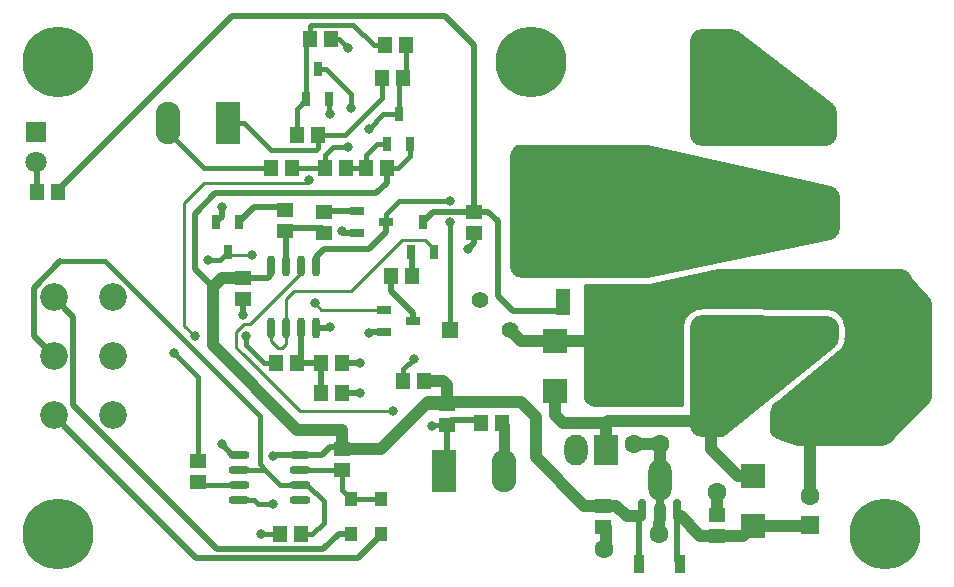
<source format=gbr>
%TF.GenerationSoftware,KiCad,Pcbnew,(6.0.0-rc1-dev-882-gdbc9130da)*%
%TF.CreationDate,2019-10-11T13:43:29+08:00*%
%TF.ProjectId,SoftDimmableLamp,536F667444696D6D61626C654C616D70,rev?*%
%TF.SameCoordinates,Original*%
%TF.FileFunction,Copper,L1,Top,Signal*%
%TF.FilePolarity,Positive*%
%FSLAX46Y46*%
G04 Gerber Fmt 4.6, Leading zero omitted, Abs format (unit mm)*
G04 Created by KiCad (PCBNEW (6.0.0-rc1-dev-882-gdbc9130da)) date 2019/10/11 13:43:29*
%MOMM*%
%LPD*%
G01*
G04 APERTURE LIST*
%ADD10R,0.900000X1.500000*%
%ADD11R,2.000000X2.000000*%
%ADD12R,1.400000X1.400000*%
%ADD13C,1.400000*%
%ADD14R,2.000000X2.600000*%
%ADD15O,2.000000X2.600000*%
%ADD16R,1.600000X1.600000*%
%ADD17C,1.600000*%
%ADD18C,6.000000*%
%ADD19C,0.800000*%
%ADD20R,2.080000X3.600000*%
%ADD21O,2.080000X3.600000*%
%ADD22R,1.160000X1.470000*%
%ADD23R,0.700000X1.250000*%
%ADD24R,1.200000X2.200000*%
%ADD25R,6.000000X6.499990*%
%ADD26R,1.250000X0.700000*%
%ADD27O,1.800000X0.700000*%
%ADD28O,0.700000X1.800000*%
%ADD29O,0.700000X1.900000*%
%ADD30O,2.000000X3.500000*%
%ADD31O,0.700000X2.100000*%
%ADD32C,2.340000*%
%ADD33R,1.470000X1.160000*%
%ADD34R,3.600000X2.100000*%
%ADD35O,3.600000X2.100000*%
%ADD36O,3.000000X2.000000*%
%ADD37R,1.000000X1.250000*%
%ADD38R,1.800000X1.800000*%
%ADD39C,1.800000*%
%ADD40C,0.381000*%
%ADD41C,0.508000*%
%ADD42C,1.016000*%
%ADD43C,0.254000*%
%ADD44C,0.350000*%
%ADD45O,1.800000X0.800000*%
G04 APERTURE END LIST*
D10*
X107668000Y-97536000D03*
X104168000Y-97536000D03*
D11*
X97028000Y-82872000D03*
X97028000Y-78672000D03*
D12*
X88138000Y-77724000D03*
D13*
X93218000Y-77724000D03*
X90678000Y-75184000D03*
D14*
X101346000Y-87884000D03*
D15*
X98806000Y-87884000D03*
D16*
X118618000Y-94234000D03*
D17*
X118618000Y-91734000D03*
D18*
X55000000Y-95000000D03*
D19*
X55000000Y-92625000D03*
X52943190Y-93812500D03*
X52943190Y-96187500D03*
X55000000Y-97375000D03*
X57056810Y-96187500D03*
X57056810Y-93812500D03*
D18*
X125000000Y-95000000D03*
D19*
X125000000Y-92625000D03*
X122943190Y-93812500D03*
X122943190Y-96187500D03*
X125000000Y-97375000D03*
X127056810Y-96187500D03*
X127056810Y-93812500D03*
D18*
X95000000Y-55000000D03*
D19*
X95000000Y-52625000D03*
X92943190Y-53812500D03*
X92943190Y-56187500D03*
X95000000Y-57375000D03*
X97056810Y-56187500D03*
X97056810Y-53812500D03*
D20*
X69342000Y-60198000D03*
D21*
X64262000Y-60198000D03*
D22*
X78106000Y-53086000D03*
X76326000Y-53086000D03*
X74804000Y-64008000D03*
X73024000Y-64008000D03*
X77596000Y-64008000D03*
X79376000Y-64008000D03*
X82676000Y-53594000D03*
X84456000Y-53594000D03*
X82422000Y-56388000D03*
X84202000Y-56388000D03*
X81026000Y-64008000D03*
X82806000Y-64008000D03*
D23*
X76962000Y-55646000D03*
X77912000Y-58146000D03*
X76012000Y-58146000D03*
X83820000Y-59456000D03*
X84770000Y-61956000D03*
X82870000Y-61956000D03*
D22*
X75182000Y-61214000D03*
X76962000Y-61214000D03*
D24*
X102437290Y-75321830D03*
D25*
X100076000Y-68326000D03*
D24*
X97714740Y-75326000D03*
D26*
X82784000Y-68580000D03*
X80284000Y-69530000D03*
X80284000Y-67630000D03*
D11*
X113792000Y-94302000D03*
X113792000Y-90102000D03*
D23*
X85852000Y-68600000D03*
X86802000Y-71100000D03*
X84902000Y-71100000D03*
D27*
X75498000Y-88265000D03*
X75498000Y-89535000D03*
X75498000Y-90805000D03*
X75498000Y-92075000D03*
X70298000Y-92075000D03*
X70298000Y-90805000D03*
X70298000Y-89535000D03*
X70298000Y-88265000D03*
D28*
X73025000Y-72330000D03*
X74295000Y-72330000D03*
X75565000Y-72330000D03*
X76835000Y-72330000D03*
X76835000Y-77530000D03*
X75565000Y-77530000D03*
X74295000Y-77530000D03*
X73025000Y-77530000D03*
D29*
X107418000Y-92924000D03*
D30*
X105918000Y-90424000D03*
D31*
X105918000Y-92824000D03*
D29*
X104418000Y-92924000D03*
D20*
X87630000Y-89662000D03*
D21*
X92710000Y-89662000D03*
D32*
X54610000Y-84930000D03*
X54610000Y-79930000D03*
X54610000Y-74930000D03*
X59610000Y-84930000D03*
X59610000Y-79930000D03*
X59610000Y-74930000D03*
D33*
X77470000Y-67690000D03*
X77470000Y-69470000D03*
X74168000Y-69342000D03*
X74168000Y-67562000D03*
D22*
X84200000Y-82042000D03*
X85980000Y-82042000D03*
D33*
X87884000Y-85726000D03*
X87884000Y-83946000D03*
X66802000Y-90552000D03*
X66802000Y-88772000D03*
X78994000Y-89536000D03*
X78994000Y-87756000D03*
X90170000Y-69470000D03*
X90170000Y-67690000D03*
D22*
X53212000Y-66040000D03*
X54992000Y-66040000D03*
X83184000Y-73152000D03*
X84964000Y-73152000D03*
X78996000Y-80518000D03*
X77216000Y-80518000D03*
X75184000Y-80518000D03*
X73404000Y-80518000D03*
D23*
X69342000Y-71100000D03*
X68392000Y-68600000D03*
X70292000Y-68600000D03*
D26*
X85070000Y-76962000D03*
X82570000Y-77912000D03*
X82570000Y-76012000D03*
D34*
X118745000Y-67818000D03*
D35*
X118745000Y-60198000D03*
D34*
X118872000Y-85344000D03*
D35*
X118872000Y-77724000D03*
D36*
X110236000Y-77900000D03*
X110236000Y-85400000D03*
X110236000Y-60900000D03*
X110236000Y-53400000D03*
D37*
X82296000Y-91997000D03*
X82296000Y-94947000D03*
X79756000Y-94947000D03*
X79756000Y-91997000D03*
D38*
X53086000Y-60960000D03*
D39*
X53086000Y-63500000D03*
D22*
X92584000Y-85598000D03*
X90804000Y-85598000D03*
X73786000Y-94996000D03*
X75566000Y-94996000D03*
X78994000Y-83058000D03*
X77214000Y-83058000D03*
D33*
X70612000Y-73278000D03*
X70612000Y-75058000D03*
X101092000Y-94362000D03*
X101092000Y-92582000D03*
X110744000Y-93344000D03*
X110744000Y-95124000D03*
D19*
X57056810Y-53812500D03*
X57056810Y-56187500D03*
X55000000Y-57375000D03*
X52943190Y-56187500D03*
X52943190Y-53812500D03*
X55000000Y-52625000D03*
D18*
X55000000Y-55000000D03*
D19*
X79502000Y-53848000D03*
X77978000Y-59436000D03*
X78994000Y-69342000D03*
X80518000Y-80518000D03*
X80518000Y-83058000D03*
X77978000Y-77470000D03*
X70612000Y-76454000D03*
X81280000Y-77978000D03*
X89662000Y-70866000D03*
X68859000Y-87376000D03*
X72136000Y-94996000D03*
D17*
X110744000Y-91440000D03*
X101219000Y-96266000D03*
X105918000Y-87376000D03*
X103759000Y-87376000D03*
X105859885Y-95000106D03*
X123571000Y-76454000D03*
X123571000Y-80899000D03*
X123571000Y-85090000D03*
D19*
X68834024Y-67310048D03*
X100330000Y-77470000D03*
X102030000Y-77470000D03*
X103730000Y-77470000D03*
X105430000Y-77470000D03*
X107130000Y-77470000D03*
X100330000Y-79170000D03*
X102030000Y-79170000D03*
X103730000Y-79170000D03*
X105430000Y-79170000D03*
X107130000Y-79170000D03*
X100330000Y-80870000D03*
X102030000Y-80870000D03*
X103730000Y-80870000D03*
X105430000Y-80870000D03*
X107130000Y-80870000D03*
X100330000Y-82570000D03*
X102030000Y-82570000D03*
X103730000Y-82570000D03*
X105430000Y-82570000D03*
X107130000Y-82570000D03*
X73152000Y-92456000D03*
X73152006Y-88392006D03*
X66548000Y-78232000D03*
X81280000Y-60706000D03*
X70866000Y-78232000D03*
X76200000Y-64985989D03*
X71374000Y-71374000D03*
X76708000Y-75438000D03*
X64770000Y-79629000D03*
X67710000Y-71755000D03*
X102489000Y-65151000D03*
X100711000Y-65151000D03*
X99060000Y-65151000D03*
X97155000Y-65151000D03*
X102489000Y-70104000D03*
X102489000Y-66802000D03*
X100711000Y-70104000D03*
X100711000Y-66802000D03*
X99060000Y-70104000D03*
X99060000Y-68453000D03*
X99060000Y-66802000D03*
X97155000Y-70104000D03*
X97155000Y-68453000D03*
X97155000Y-66802000D03*
X100711000Y-68453000D03*
X102489000Y-68453000D03*
X97155000Y-63500000D03*
X99060000Y-63500000D03*
X100711000Y-63500000D03*
X102489000Y-63500000D03*
X97155000Y-71882000D03*
X99060000Y-71882000D03*
X100711000Y-71882000D03*
X102489000Y-71882000D03*
X104394000Y-63500000D03*
X104394000Y-65151000D03*
X104394000Y-66802000D03*
X104394000Y-68437760D03*
X104394000Y-70104000D03*
X104394000Y-71882000D03*
X83312000Y-84582000D03*
X79756000Y-58928000D03*
X79502000Y-62230000D03*
X88138000Y-68598000D03*
X88138000Y-66782000D03*
X85090000Y-80137000D03*
X86614000Y-85851998D03*
D40*
X78106000Y-53086000D02*
X78740000Y-53086000D01*
X78740000Y-53086000D02*
X79502000Y-53848000D01*
X77912000Y-58146000D02*
X77912000Y-59370000D01*
X77912000Y-59370000D02*
X77978000Y-59436000D01*
D41*
X80284000Y-69530000D02*
X79182000Y-69530000D01*
X79182000Y-69530000D02*
X78994000Y-69342000D01*
X78996000Y-80518000D02*
X80518000Y-80518000D01*
X78994000Y-83058000D02*
X80518000Y-83058000D01*
X76835000Y-77530000D02*
X77918000Y-77530000D01*
X77918000Y-77530000D02*
X77978000Y-77470000D01*
X70612000Y-75058000D02*
X70612000Y-76454000D01*
X82570000Y-77912000D02*
X81346000Y-77912000D01*
X81346000Y-77912000D02*
X81280000Y-77978000D01*
X90170000Y-69470000D02*
X90170000Y-70358000D01*
X90170000Y-70358000D02*
X89662000Y-70866000D01*
X69748000Y-88265000D02*
X68859000Y-87376000D01*
X70298000Y-88265000D02*
X69748000Y-88265000D01*
D40*
X73786000Y-94996000D02*
X72136000Y-94996000D01*
D42*
X110744000Y-93344000D02*
X110744000Y-91440000D01*
X105918000Y-90424000D02*
X105918000Y-87376000D01*
X105918000Y-87376000D02*
X103759000Y-87376000D01*
X105863991Y-94996000D02*
X105859885Y-95000106D01*
X105918000Y-94996000D02*
X105863991Y-94996000D01*
X105918000Y-92824000D02*
X105859885Y-95000106D01*
X101346000Y-96139000D02*
X101219000Y-96266000D01*
X101346000Y-94362000D02*
X101346000Y-96139000D01*
X118618000Y-85598000D02*
X118872000Y-85344000D01*
X118618000Y-91734000D02*
X118618000Y-85598000D01*
D41*
X92964000Y-85724000D02*
X92584000Y-85344000D01*
X92964000Y-89662000D02*
X92964000Y-85724000D01*
X92584000Y-89536000D02*
X92710000Y-89662000D01*
X92584000Y-85598000D02*
X92584000Y-89536000D01*
X68834024Y-68157976D02*
X68834024Y-67875733D01*
X68834024Y-67875733D02*
X68834024Y-67310048D01*
X68392000Y-68600000D02*
X68834024Y-68157976D01*
D42*
X99832000Y-78672000D02*
X100330000Y-79170000D01*
X97028000Y-78672000D02*
X99832000Y-78672000D01*
X94166000Y-78672000D02*
X93218000Y-77724000D01*
X97028000Y-78672000D02*
X94166000Y-78672000D01*
X110236000Y-53400000D02*
X110236000Y-60900000D01*
X110938000Y-60198000D02*
X110236000Y-60900000D01*
X118872000Y-60198000D02*
X110938000Y-60198000D01*
D40*
X84770000Y-63005000D02*
X84770000Y-61956000D01*
X82806000Y-64008000D02*
X83767000Y-64008000D01*
X83767000Y-64008000D02*
X84770000Y-63005000D01*
D41*
X72772000Y-73278000D02*
X72898000Y-73152000D01*
X70612000Y-73278000D02*
X72772000Y-73278000D01*
D42*
X87576000Y-82042000D02*
X87884000Y-82350000D01*
X85980000Y-82042000D02*
X87576000Y-82042000D01*
X87884000Y-82350000D02*
X87884000Y-83946000D01*
D41*
X77343000Y-88265000D02*
X77978000Y-87630000D01*
X75498000Y-88265000D02*
X77343000Y-88265000D01*
X78868000Y-87630000D02*
X78994000Y-87756000D01*
X77978000Y-87630000D02*
X78868000Y-87630000D01*
D42*
X82323000Y-87756000D02*
X81534000Y-87756000D01*
X86133000Y-83946000D02*
X82323000Y-87756000D01*
X87884000Y-83946000D02*
X86133000Y-83946000D01*
X78994000Y-87756000D02*
X81534000Y-87756000D01*
X78994000Y-87756000D02*
X78994000Y-86160000D01*
X78994000Y-86160000D02*
X75238000Y-86160000D01*
X75238000Y-86160000D02*
X68072000Y-78994000D01*
X68861000Y-73278000D02*
X70612000Y-73278000D01*
X68072000Y-74067000D02*
X68861000Y-73278000D01*
X68072000Y-78994000D02*
X68072000Y-74067000D01*
D40*
X71579000Y-92075000D02*
X71960000Y-92456000D01*
X70298000Y-92075000D02*
X71579000Y-92075000D01*
X71960000Y-92456000D02*
X73152000Y-92456000D01*
D42*
X103142602Y-93472000D02*
X104267000Y-93472000D01*
X102252602Y-92582000D02*
X103142602Y-93472000D01*
X101346000Y-92582000D02*
X102252602Y-92582000D01*
X86286001Y-83792999D02*
X82323000Y-87756000D01*
X94152999Y-83792999D02*
X86286001Y-83792999D01*
X95450000Y-88480363D02*
X95450000Y-85090000D01*
X99551637Y-92582000D02*
X95450000Y-88480363D01*
X101346000Y-92582000D02*
X99551637Y-92582000D01*
X95450000Y-85090000D02*
X94152999Y-83792999D01*
D41*
X75498000Y-88265000D02*
X73279012Y-88265000D01*
X73279012Y-88265000D02*
X73152006Y-88392006D01*
X68276262Y-66147952D02*
X69391786Y-66147952D01*
X69391786Y-66147952D02*
X69391824Y-66147990D01*
X68072000Y-74067000D02*
X66547999Y-72542999D01*
X66547999Y-72542999D02*
X66547999Y-67876215D01*
X66547999Y-67876215D02*
X68276262Y-66147952D01*
X81909010Y-66147990D02*
X82806000Y-65251000D01*
X69391824Y-66147990D02*
X81909010Y-66147990D01*
X82806000Y-65251000D02*
X82806000Y-64008000D01*
X104168000Y-93174000D02*
X104168000Y-97536000D01*
X104418000Y-92924000D02*
X104168000Y-93174000D01*
X75565000Y-80137000D02*
X75565000Y-77530000D01*
X75184000Y-80518000D02*
X75565000Y-80137000D01*
X75184000Y-80518000D02*
X77216000Y-80518000D01*
X77214000Y-80520000D02*
X77216000Y-80518000D01*
X77214000Y-83058000D02*
X77214000Y-80520000D01*
D40*
X70763000Y-60198000D02*
X69342000Y-60198000D01*
X73012501Y-62447501D02*
X70763000Y-60198000D01*
X76844499Y-62447501D02*
X73012501Y-62447501D01*
X76962000Y-62330000D02*
X76844499Y-62447501D01*
X76962000Y-61214000D02*
X76962000Y-62330000D01*
X76962000Y-61214000D02*
X79248000Y-61214000D01*
X82422000Y-58040000D02*
X82422000Y-56388000D01*
X79248000Y-61214000D02*
X82422000Y-58040000D01*
X76527000Y-94996000D02*
X77470000Y-94053000D01*
X75566000Y-94996000D02*
X76527000Y-94996000D01*
X76048000Y-90805000D02*
X75498000Y-90805000D01*
X77470000Y-92227000D02*
X76048000Y-90805000D01*
X77470000Y-94053000D02*
X77470000Y-92227000D01*
D41*
X52931999Y-74124559D02*
X55174558Y-71882000D01*
X54610000Y-79930000D02*
X52931999Y-78251999D01*
X52931999Y-78251999D02*
X52931999Y-74124559D01*
D40*
X70298000Y-89535000D02*
X72517000Y-89535000D01*
X73787000Y-90805000D02*
X75498000Y-90805000D01*
X72517000Y-89535000D02*
X73787000Y-90805000D01*
D41*
X53212000Y-63626000D02*
X53086000Y-63500000D01*
X53212000Y-66040000D02*
X53212000Y-63626000D01*
D40*
X78993000Y-89535000D02*
X78994000Y-89536000D01*
X75498000Y-89535000D02*
X78993000Y-89535000D01*
X78994000Y-91235000D02*
X79756000Y-91997000D01*
X78994000Y-89536000D02*
X78994000Y-91235000D01*
X79756000Y-91997000D02*
X82296000Y-91997000D01*
D41*
X86762000Y-67690000D02*
X90170000Y-67690000D01*
X85852000Y-68600000D02*
X86762000Y-67690000D01*
X91413001Y-67690001D02*
X92202000Y-68479000D01*
X90170000Y-67690000D02*
X91413001Y-67690001D01*
X92202000Y-68479000D02*
X92202000Y-74803000D01*
X93472000Y-76073000D02*
X97917000Y-76073000D01*
X92202000Y-74803000D02*
X93472000Y-76073000D01*
X69723011Y-51153989D02*
X87729989Y-51153989D01*
X54992000Y-66040000D02*
X54992000Y-65885000D01*
X54992000Y-65885000D02*
X69723011Y-51153989D01*
X90170000Y-53594000D02*
X90170000Y-67690000D01*
X87729989Y-51153989D02*
X90170000Y-53594000D01*
X84964000Y-71162000D02*
X84902000Y-71100000D01*
X84964000Y-73152000D02*
X84964000Y-71162000D01*
D40*
X84456000Y-56134000D02*
X84202000Y-56388000D01*
X84456000Y-53594000D02*
X84456000Y-56134000D01*
X83820000Y-56770000D02*
X84202000Y-56388000D01*
X83820000Y-59456000D02*
X83820000Y-56770000D01*
X82530000Y-59456000D02*
X81280000Y-60706000D01*
X83820000Y-59456000D02*
X82530000Y-59456000D01*
X72443000Y-80518000D02*
X73404000Y-80518000D01*
X70866000Y-78232000D02*
X70866000Y-78941000D01*
X70866000Y-78941000D02*
X72443000Y-80518000D01*
D43*
X65658989Y-77342989D02*
X65658989Y-66941762D01*
X65658989Y-66941762D02*
X67360752Y-65239999D01*
X66548000Y-78232000D02*
X65658989Y-77342989D01*
X67360752Y-65239999D02*
X75945990Y-65239999D01*
X75945990Y-65239999D02*
X76200000Y-64985989D01*
X69616000Y-71374000D02*
X69342000Y-71100000D01*
X71374000Y-71374000D02*
X69616000Y-71374000D01*
X77282000Y-76012000D02*
X76708000Y-75438000D01*
X82570000Y-76012000D02*
X77282000Y-76012000D01*
D40*
X66802000Y-88772000D02*
X66802000Y-81661000D01*
X66802000Y-81661000D02*
X64770000Y-79629000D01*
X68707000Y-71755000D02*
X69342000Y-71120000D01*
X67710000Y-71755000D02*
X68707000Y-71755000D01*
X79376000Y-64008000D02*
X81026000Y-64008000D01*
X82139000Y-61956000D02*
X82870000Y-61956000D01*
X81962000Y-61956000D02*
X82139000Y-61956000D01*
X81026000Y-62892000D02*
X81962000Y-61956000D01*
X81026000Y-64008000D02*
X81026000Y-62892000D01*
D42*
X118364000Y-68326000D02*
X118872000Y-67818000D01*
X100076000Y-68326000D02*
X100711000Y-68453000D01*
X100711000Y-68453000D02*
X102489000Y-68453000D01*
X102489000Y-68453000D02*
X104394000Y-68437760D01*
X104394000Y-68437760D02*
X118364000Y-68326000D01*
X110412000Y-77724000D02*
X110236000Y-77900000D01*
X118872000Y-77724000D02*
X110412000Y-77724000D01*
X110236000Y-77900000D02*
X110236000Y-85400000D01*
X110236000Y-87757000D02*
X110236000Y-85400000D01*
X113792000Y-90102000D02*
X112581000Y-90102000D01*
X112581000Y-90102000D02*
X110236000Y-87757000D01*
X101514000Y-85400000D02*
X110236000Y-85400000D01*
X101346000Y-85568000D02*
X101514000Y-85400000D01*
X101346000Y-87884000D02*
X101346000Y-85568000D01*
D41*
X56288001Y-76608001D02*
X55779999Y-76099999D01*
X56288001Y-84091443D02*
X56288001Y-76608001D01*
X68435559Y-96239001D02*
X56288001Y-84091443D01*
X77455999Y-96239001D02*
X68435559Y-96239001D01*
X78748000Y-94947000D02*
X77455999Y-96239001D01*
X55779999Y-76099999D02*
X54610000Y-74930000D01*
X79756000Y-94947000D02*
X78748000Y-94947000D01*
X55779999Y-86099999D02*
X54610000Y-84930000D01*
X66681011Y-97001011D02*
X55779999Y-86099999D01*
X80366989Y-97001011D02*
X66681011Y-97001011D01*
X82296000Y-95072000D02*
X80366989Y-97001011D01*
X82296000Y-94947000D02*
X82296000Y-95072000D01*
D42*
X109348000Y-95124000D02*
X107696000Y-93472000D01*
X110744000Y-95124000D02*
X109348000Y-95124000D01*
X112970000Y-95124000D02*
X113792000Y-94302000D01*
X110744000Y-95124000D02*
X112970000Y-95124000D01*
X118550000Y-94302000D02*
X118618000Y-94234000D01*
X113792000Y-94302000D02*
X118550000Y-94302000D01*
D41*
X107418000Y-97286000D02*
X107668000Y-97536000D01*
X107418000Y-92924000D02*
X107418000Y-97286000D01*
D40*
X72053481Y-84984019D02*
X58951462Y-71882000D01*
X72053481Y-89071481D02*
X72053481Y-84984019D01*
X72517000Y-89535000D02*
X72053481Y-89071481D01*
X58951462Y-71882000D02*
X55174558Y-71882000D01*
X76012000Y-53400000D02*
X76326000Y-53086000D01*
X76012000Y-58146000D02*
X76012000Y-53400000D01*
X76326000Y-51970000D02*
X76326000Y-53086000D01*
X76443501Y-51852499D02*
X76326000Y-51970000D01*
X79973499Y-51852499D02*
X76443501Y-51852499D01*
X81715000Y-53594000D02*
X79973499Y-51852499D01*
X82676000Y-53594000D02*
X81715000Y-53594000D01*
X75182000Y-58976000D02*
X75182000Y-61214000D01*
X76012000Y-58146000D02*
X75182000Y-58976000D01*
D41*
X88266000Y-85344000D02*
X87884000Y-85726000D01*
X90804000Y-85344000D02*
X88266000Y-85344000D01*
D43*
X73025000Y-78684000D02*
X73589000Y-79248000D01*
X73025000Y-77530000D02*
X73025000Y-78684000D01*
X73589000Y-79248000D02*
X73914000Y-79248000D01*
X74295000Y-78867000D02*
X74295000Y-77530000D01*
X73914000Y-79248000D02*
X74295000Y-78867000D01*
X74295000Y-77530000D02*
X74295000Y-75057000D01*
X74295000Y-75057000D02*
X74930000Y-74422000D01*
X74930000Y-74422000D02*
X79815998Y-74422000D01*
X84143999Y-70093999D02*
X79815998Y-74422000D01*
X86070999Y-70093999D02*
X84143999Y-70093999D01*
X86802000Y-70825000D02*
X86070999Y-70093999D01*
X86802000Y-71100000D02*
X86802000Y-70825000D01*
D40*
X77596000Y-64008000D02*
X74804000Y-64008000D01*
X77693000Y-55646000D02*
X79756000Y-57709000D01*
X76962000Y-55646000D02*
X77693000Y-55646000D01*
X79756000Y-57709000D02*
X79756000Y-58928000D01*
X77596000Y-62892000D02*
X77596000Y-64008000D01*
X78258000Y-62230000D02*
X77596000Y-62892000D01*
X79502000Y-62230000D02*
X78258000Y-62230000D01*
D41*
X85070000Y-76281000D02*
X85070000Y-76962000D01*
X83184000Y-74395000D02*
X85070000Y-76281000D01*
X83184000Y-73152000D02*
X83184000Y-74395000D01*
X71584000Y-67308000D02*
X70292000Y-68600000D01*
X74168000Y-67308000D02*
X71584000Y-67308000D01*
X76835000Y-72330000D02*
X76835000Y-71501000D01*
X76835000Y-71501000D02*
X77470000Y-70866000D01*
X82784000Y-69438000D02*
X82784000Y-68580000D01*
X81356000Y-70866000D02*
X82784000Y-69438000D01*
X77470000Y-70866000D02*
X81356000Y-70866000D01*
D40*
X88138000Y-77724000D02*
X88138000Y-68598000D01*
X82784000Y-67849000D02*
X82784000Y-68580000D01*
X83851000Y-66782000D02*
X82784000Y-67849000D01*
X88138000Y-66782000D02*
X83851000Y-66782000D01*
X84200000Y-82042000D02*
X84200000Y-81027000D01*
X84200000Y-81027000D02*
X85090000Y-80137000D01*
D41*
X77664000Y-67630000D02*
X77470000Y-67436000D01*
X80284000Y-67630000D02*
X77664000Y-67630000D01*
D40*
X64262000Y-60958000D02*
X64262000Y-60198000D01*
X67312000Y-64008000D02*
X64262000Y-60958000D01*
X73024000Y-64008000D02*
X67312000Y-64008000D01*
X67055000Y-90805000D02*
X66802000Y-90552000D01*
X70298000Y-90805000D02*
X67055000Y-90805000D01*
D41*
X74295000Y-69215000D02*
X74168000Y-69088000D01*
X74295000Y-72330000D02*
X74295000Y-69215000D01*
X77342000Y-69088000D02*
X77470000Y-69216000D01*
X74168000Y-69088000D02*
X77342000Y-69088000D01*
X87884000Y-85726000D02*
X87884000Y-89662000D01*
D43*
X82746315Y-84582000D02*
X83312000Y-84582000D01*
X75467198Y-84582000D02*
X82746315Y-84582000D01*
X70084999Y-79199801D02*
X70641198Y-79756000D01*
X70084999Y-77857119D02*
X70084999Y-79199801D01*
X70707117Y-77235001D02*
X70084999Y-77857119D01*
X71209999Y-77235001D02*
X70707117Y-77235001D01*
X75565000Y-72880000D02*
X71209999Y-77235001D01*
X75565000Y-72330000D02*
X75565000Y-72880000D01*
X70641198Y-79756000D02*
X75467198Y-84582000D01*
D40*
X86739998Y-85726000D02*
X86614000Y-85851998D01*
X87884000Y-85726000D02*
X86739998Y-85726000D01*
D41*
X87884000Y-89408000D02*
X87630000Y-89662000D01*
X87884000Y-85726000D02*
X87884000Y-89408000D01*
D42*
X97708000Y-85568000D02*
X101346000Y-85568000D01*
X97028000Y-84888000D02*
X97708000Y-85568000D01*
X97028000Y-82872000D02*
X97028000Y-84888000D01*
D43*
G36*
X120021257Y-76601071D02*
X120365129Y-76670506D01*
X120646058Y-76858656D01*
X120834113Y-77139653D01*
X120903430Y-77483545D01*
X120906342Y-78326087D01*
X120819009Y-78716579D01*
X120571468Y-79030967D01*
X111448900Y-86412835D01*
X111181974Y-86562226D01*
X110880500Y-86614000D01*
X109470471Y-86614000D01*
X109124839Y-86545251D01*
X108842429Y-86356556D01*
X108653723Y-86074153D01*
X108584962Y-85728525D01*
X108584644Y-77446491D01*
X108653715Y-77100050D01*
X108843267Y-76817224D01*
X109126806Y-76628737D01*
X109473501Y-76560971D01*
X120021257Y-76601071D01*
X120021257Y-76601071D01*
G37*
X120021257Y-76601071D02*
X120365129Y-76670506D01*
X120646058Y-76858656D01*
X120834113Y-77139653D01*
X120903430Y-77483545D01*
X120906342Y-78326087D01*
X120819009Y-78716579D01*
X120571468Y-79030967D01*
X111448900Y-86412835D01*
X111181974Y-86562226D01*
X110880500Y-86614000D01*
X109470471Y-86614000D01*
X109124839Y-86545251D01*
X108842429Y-86356556D01*
X108653723Y-86074153D01*
X108584962Y-85728525D01*
X108584644Y-77446491D01*
X108653715Y-77100050D01*
X108843267Y-76817224D01*
X109126806Y-76628737D01*
X109473501Y-76560971D01*
X120021257Y-76601071D01*
G36*
X112208853Y-52371719D02*
X112468023Y-52509835D01*
X120422676Y-58592806D01*
X120683586Y-58909923D01*
X120777000Y-59309808D01*
X120777000Y-61090491D01*
X120708248Y-61436130D01*
X120519545Y-61718545D01*
X120237130Y-61907248D01*
X119891491Y-61976000D01*
X109470509Y-61976000D01*
X109124870Y-61907248D01*
X108842455Y-61718545D01*
X108653752Y-61436130D01*
X108585000Y-61090491D01*
X108585000Y-53209509D01*
X108653752Y-52863870D01*
X108842455Y-52581455D01*
X109124870Y-52392752D01*
X109470509Y-52324000D01*
X111919081Y-52324000D01*
X112208853Y-52371719D01*
X112208853Y-52371719D01*
G37*
X112208853Y-52371719D02*
X112468023Y-52509835D01*
X120422676Y-58592806D01*
X120683586Y-58909923D01*
X120777000Y-59309808D01*
X120777000Y-61090491D01*
X120708248Y-61436130D01*
X120519545Y-61718545D01*
X120237130Y-61907248D01*
X119891491Y-61976000D01*
X109470509Y-61976000D01*
X109124870Y-61907248D01*
X108842455Y-61718545D01*
X108653752Y-61436130D01*
X108585000Y-61090491D01*
X108585000Y-53209509D01*
X108653752Y-52863870D01*
X108842455Y-52581455D01*
X109124870Y-52392752D01*
X109470509Y-52324000D01*
X111919081Y-52324000D01*
X112208853Y-52371719D01*
G36*
X104862316Y-62125800D02*
X120335483Y-65604263D01*
X120698777Y-65777999D01*
X120941177Y-66080941D01*
X121031000Y-66473494D01*
X121031000Y-69023130D01*
X120939234Y-69419672D01*
X120691982Y-69724032D01*
X120322648Y-69895090D01*
X104856739Y-73132141D01*
X104664913Y-73152000D01*
X94230509Y-73152000D01*
X93884870Y-73083248D01*
X93602455Y-72894545D01*
X93413752Y-72612130D01*
X93345000Y-72266491D01*
X93345000Y-62988509D01*
X93413752Y-62642870D01*
X93602455Y-62360455D01*
X93884870Y-62171752D01*
X94230509Y-62103000D01*
X104656950Y-62103000D01*
X104862316Y-62125800D01*
X104862316Y-62125800D01*
G37*
X104862316Y-62125800D02*
X120335483Y-65604263D01*
X120698777Y-65777999D01*
X120941177Y-66080941D01*
X121031000Y-66473494D01*
X121031000Y-69023130D01*
X120939234Y-69419672D01*
X120691982Y-69724032D01*
X120322648Y-69895090D01*
X104856739Y-73132141D01*
X104664913Y-73152000D01*
X94230509Y-73152000D01*
X93884870Y-73083248D01*
X93602455Y-72894545D01*
X93413752Y-72612130D01*
X93345000Y-72266491D01*
X93345000Y-62988509D01*
X93413752Y-62642870D01*
X93602455Y-62360455D01*
X93884870Y-62171752D01*
X94230509Y-62103000D01*
X104656950Y-62103000D01*
X104862316Y-62125800D01*
G36*
X126586984Y-72700199D02*
X126851756Y-72855992D01*
X127053218Y-73102901D01*
X127328965Y-73599247D01*
X127338593Y-73614049D01*
X127505644Y-73835513D01*
X127517231Y-73848837D01*
X128513459Y-74845065D01*
X128709249Y-75138084D01*
X128778000Y-75483723D01*
X128778000Y-83266277D01*
X128709249Y-83611916D01*
X128513459Y-83904935D01*
X125306935Y-87111459D01*
X125013916Y-87307249D01*
X124668277Y-87376000D01*
X117661052Y-87376000D01*
X117343141Y-87320358D01*
X115904720Y-86800928D01*
X115592825Y-86609454D01*
X115390158Y-86320792D01*
X115316000Y-85962408D01*
X115316000Y-84733603D01*
X115397221Y-84359340D01*
X115607489Y-84077577D01*
X116739317Y-84077577D01*
X116769245Y-84201000D01*
X116769245Y-84074000D01*
X116754069Y-84074000D01*
X116739317Y-84077577D01*
X115607489Y-84077577D01*
X115610159Y-84074000D01*
X115550619Y-84074000D01*
X115595442Y-84037730D01*
X115615993Y-84061352D01*
X115626270Y-84052411D01*
X115634417Y-84041494D01*
X115611721Y-84024557D01*
X115649571Y-83993929D01*
X117144139Y-83993929D01*
X117227274Y-84089937D01*
X117197346Y-83966514D01*
X117167418Y-83973771D01*
X117144139Y-83993929D01*
X115649571Y-83993929D01*
X116003288Y-83707705D01*
X117480145Y-83707705D01*
X117583563Y-83781418D01*
X117500428Y-83685410D01*
X117488955Y-83695345D01*
X117480145Y-83707705D01*
X116003288Y-83707705D01*
X121061877Y-79614359D01*
X121161346Y-79513556D01*
X121435557Y-79165296D01*
X121556338Y-78911059D01*
X121579336Y-78808229D01*
X121590619Y-78793109D01*
X121612948Y-78744086D01*
X121663111Y-78512934D01*
X121663971Y-78463388D01*
X121656594Y-78446171D01*
X121668386Y-78337704D01*
X121665382Y-77468461D01*
X121652867Y-77345184D01*
X121576122Y-76964441D01*
X121481365Y-76736737D01*
X121265344Y-76413952D01*
X121090978Y-76239526D01*
X120768268Y-76023393D01*
X120540594Y-75928556D01*
X120159877Y-75851681D01*
X120036607Y-75839124D01*
X109463860Y-75798929D01*
X109339632Y-75810717D01*
X108955774Y-75885747D01*
X108726049Y-75980139D01*
X108400330Y-76196666D01*
X108224381Y-76371954D01*
X108006630Y-76696855D01*
X107911374Y-76926224D01*
X107834900Y-77309797D01*
X107822644Y-77433979D01*
X107822898Y-84074000D01*
X100453509Y-84074000D01*
X100107870Y-84005248D01*
X99825455Y-83816545D01*
X99636752Y-83534130D01*
X99568000Y-83188491D01*
X99568000Y-73914000D01*
X104671471Y-73914000D01*
X104736862Y-73910624D01*
X104941725Y-73889415D01*
X105006422Y-73879323D01*
X110908520Y-72644000D01*
X126273313Y-72644000D01*
X126586984Y-72700199D01*
X126586984Y-72700199D01*
G37*
X126586984Y-72700199D02*
X126851756Y-72855992D01*
X127053218Y-73102901D01*
X127328965Y-73599247D01*
X127338593Y-73614049D01*
X127505644Y-73835513D01*
X127517231Y-73848837D01*
X128513459Y-74845065D01*
X128709249Y-75138084D01*
X128778000Y-75483723D01*
X128778000Y-83266277D01*
X128709249Y-83611916D01*
X128513459Y-83904935D01*
X125306935Y-87111459D01*
X125013916Y-87307249D01*
X124668277Y-87376000D01*
X117661052Y-87376000D01*
X117343141Y-87320358D01*
X115904720Y-86800928D01*
X115592825Y-86609454D01*
X115390158Y-86320792D01*
X115316000Y-85962408D01*
X115316000Y-84733603D01*
X115397221Y-84359340D01*
X115607489Y-84077577D01*
X116739317Y-84077577D01*
X116769245Y-84201000D01*
X116769245Y-84074000D01*
X116754069Y-84074000D01*
X116739317Y-84077577D01*
X115607489Y-84077577D01*
X115610159Y-84074000D01*
X115550619Y-84074000D01*
X115595442Y-84037730D01*
X115615993Y-84061352D01*
X115626270Y-84052411D01*
X115634417Y-84041494D01*
X115611721Y-84024557D01*
X115649571Y-83993929D01*
X117144139Y-83993929D01*
X117227274Y-84089937D01*
X117197346Y-83966514D01*
X117167418Y-83973771D01*
X117144139Y-83993929D01*
X115649571Y-83993929D01*
X116003288Y-83707705D01*
X117480145Y-83707705D01*
X117583563Y-83781418D01*
X117500428Y-83685410D01*
X117488955Y-83695345D01*
X117480145Y-83707705D01*
X116003288Y-83707705D01*
X121061877Y-79614359D01*
X121161346Y-79513556D01*
X121435557Y-79165296D01*
X121556338Y-78911059D01*
X121579336Y-78808229D01*
X121590619Y-78793109D01*
X121612948Y-78744086D01*
X121663111Y-78512934D01*
X121663971Y-78463388D01*
X121656594Y-78446171D01*
X121668386Y-78337704D01*
X121665382Y-77468461D01*
X121652867Y-77345184D01*
X121576122Y-76964441D01*
X121481365Y-76736737D01*
X121265344Y-76413952D01*
X121090978Y-76239526D01*
X120768268Y-76023393D01*
X120540594Y-75928556D01*
X120159877Y-75851681D01*
X120036607Y-75839124D01*
X109463860Y-75798929D01*
X109339632Y-75810717D01*
X108955774Y-75885747D01*
X108726049Y-75980139D01*
X108400330Y-76196666D01*
X108224381Y-76371954D01*
X108006630Y-76696855D01*
X107911374Y-76926224D01*
X107834900Y-77309797D01*
X107822644Y-77433979D01*
X107822898Y-84074000D01*
X100453509Y-84074000D01*
X100107870Y-84005248D01*
X99825455Y-83816545D01*
X99636752Y-83534130D01*
X99568000Y-83188491D01*
X99568000Y-73914000D01*
X104671471Y-73914000D01*
X104736862Y-73910624D01*
X104941725Y-73889415D01*
X105006422Y-73879323D01*
X110908520Y-72644000D01*
X126273313Y-72644000D01*
X126586984Y-72700199D01*
D44*
X79502000Y-53848000D03*
X77978000Y-59436000D03*
X78994000Y-69342000D03*
X80518000Y-80518000D03*
X80518000Y-83058000D03*
X77978000Y-77470000D03*
X70612000Y-76454000D03*
X81280000Y-77978000D03*
X89662000Y-70866000D03*
X68859000Y-87376000D03*
X72136000Y-94996000D03*
X110744000Y-91440000D03*
X101219000Y-96266000D03*
X105918000Y-87376000D03*
X103759000Y-87376000D03*
X105859885Y-95000106D03*
X123571000Y-76454000D03*
X123571000Y-80899000D03*
X123571000Y-85090000D03*
X68834024Y-67310048D03*
X100330000Y-77470000D03*
X102030000Y-77470000D03*
X103730000Y-77470000D03*
X105430000Y-77470000D03*
X107130000Y-77470000D03*
X100330000Y-79170000D03*
X102030000Y-79170000D03*
X103730000Y-79170000D03*
X105430000Y-79170000D03*
X107130000Y-79170000D03*
X100330000Y-80870000D03*
X102030000Y-80870000D03*
X103730000Y-80870000D03*
X105430000Y-80870000D03*
X107130000Y-80870000D03*
X100330000Y-82570000D03*
X102030000Y-82570000D03*
X103730000Y-82570000D03*
X105430000Y-82570000D03*
X107130000Y-82570000D03*
X73152000Y-92456000D03*
X73152006Y-88392006D03*
X66548000Y-78232000D03*
X81280000Y-60706000D03*
X70866000Y-78232000D03*
X76200000Y-64985989D03*
X71374000Y-71374000D03*
X76708000Y-75438000D03*
X64770000Y-79629000D03*
X67710000Y-71755000D03*
X102489000Y-65151000D03*
X100711000Y-65151000D03*
X99060000Y-65151000D03*
X97155000Y-65151000D03*
X102489000Y-70104000D03*
X102489000Y-66802000D03*
X100711000Y-70104000D03*
X100711000Y-66802000D03*
X99060000Y-70104000D03*
X99060000Y-68453000D03*
X99060000Y-66802000D03*
X97155000Y-70104000D03*
X97155000Y-68453000D03*
X97155000Y-66802000D03*
X100711000Y-68453000D03*
X102489000Y-68453000D03*
X97155000Y-63500000D03*
X99060000Y-63500000D03*
X100711000Y-63500000D03*
X102489000Y-63500000D03*
X97155000Y-71882000D03*
X99060000Y-71882000D03*
X100711000Y-71882000D03*
X102489000Y-71882000D03*
X104394000Y-63500000D03*
X104394000Y-65151000D03*
X104394000Y-66802000D03*
X104394000Y-68437760D03*
X104394000Y-70104000D03*
X104394000Y-71882000D03*
X83312000Y-84582000D03*
X79756000Y-58928000D03*
X79502000Y-62230000D03*
X88138000Y-68598000D03*
X88138000Y-66782000D03*
X85090000Y-80137000D03*
X86614000Y-85851998D03*
X88138000Y-77724000D03*
X93218000Y-77724000D03*
X90678000Y-75184000D03*
X101346000Y-87884000D03*
X98806000Y-87884000D03*
X118618000Y-94234000D03*
X118618000Y-91734000D03*
X55000000Y-95000000D03*
X55000000Y-92625000D03*
X52943190Y-93812500D03*
X52943190Y-96187500D03*
X55000000Y-97375000D03*
X57056810Y-96187500D03*
X57056810Y-93812500D03*
X125000000Y-95000000D03*
X125000000Y-92625000D03*
X122943190Y-93812500D03*
X122943190Y-96187500D03*
X125000000Y-97375000D03*
X127056810Y-96187500D03*
X127056810Y-93812500D03*
X95000000Y-55000000D03*
X95000000Y-52625000D03*
X92943190Y-53812500D03*
X92943190Y-56187500D03*
X95000000Y-57375000D03*
X97056810Y-56187500D03*
X97056810Y-53812500D03*
X69342000Y-60198000D03*
X64262000Y-60198000D03*
X87630000Y-89662000D03*
X92710000Y-89662000D03*
X54610000Y-84930000D03*
X54610000Y-79930000D03*
X54610000Y-74930000D03*
X59610000Y-84930000D03*
X59610000Y-79930000D03*
X59610000Y-74930000D03*
X118745000Y-67818000D03*
X118745000Y-60198000D03*
X118872000Y-85344000D03*
X118872000Y-77724000D03*
D45*
X110236000Y-77900000D03*
X110236000Y-85400000D03*
X110236000Y-60900000D03*
X110236000Y-53400000D03*
D44*
X53086000Y-60960000D03*
X53086000Y-63500000D03*
X57056810Y-53812500D03*
X57056810Y-56187500D03*
X55000000Y-57375000D03*
X52943190Y-56187500D03*
X52943190Y-53812500D03*
X55000000Y-52625000D03*
X55000000Y-55000000D03*
M02*

</source>
